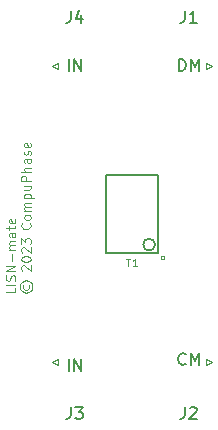
<source format=gbr>
%TF.GenerationSoftware,KiCad,Pcbnew,(7.0.0)*%
%TF.CreationDate,2023-09-17T18:35:59+02:00*%
%TF.ProjectId,lisn-mate,6c69736e-2d6d-4617-9465-2e6b69636164,rev?*%
%TF.SameCoordinates,PX5c887a0PY7eee240*%
%TF.FileFunction,Legend,Top*%
%TF.FilePolarity,Positive*%
%FSLAX46Y46*%
G04 Gerber Fmt 4.6, Leading zero omitted, Abs format (unit mm)*
G04 Created by KiCad (PCBNEW (7.0.0)) date 2023-09-17 18:35:59*
%MOMM*%
%LPD*%
G01*
G04 APERTURE LIST*
%ADD10C,0.120000*%
%ADD11C,0.097500*%
%ADD12C,0.100000*%
%ADD13C,0.150000*%
%ADD14C,0.200000*%
G04 APERTURE END LIST*
D10*
X3101904Y14287429D02*
X3101904Y13906477D01*
X3101904Y13906477D02*
X2301904Y13906477D01*
X3101904Y14554096D02*
X2301904Y14554096D01*
X3063809Y14896952D02*
X3101904Y15011238D01*
X3101904Y15011238D02*
X3101904Y15201714D01*
X3101904Y15201714D02*
X3063809Y15277905D01*
X3063809Y15277905D02*
X3025714Y15316000D01*
X3025714Y15316000D02*
X2949523Y15354095D01*
X2949523Y15354095D02*
X2873333Y15354095D01*
X2873333Y15354095D02*
X2797142Y15316000D01*
X2797142Y15316000D02*
X2759047Y15277905D01*
X2759047Y15277905D02*
X2720952Y15201714D01*
X2720952Y15201714D02*
X2682857Y15049333D01*
X2682857Y15049333D02*
X2644761Y14973143D01*
X2644761Y14973143D02*
X2606666Y14935048D01*
X2606666Y14935048D02*
X2530476Y14896952D01*
X2530476Y14896952D02*
X2454285Y14896952D01*
X2454285Y14896952D02*
X2378095Y14935048D01*
X2378095Y14935048D02*
X2340000Y14973143D01*
X2340000Y14973143D02*
X2301904Y15049333D01*
X2301904Y15049333D02*
X2301904Y15239810D01*
X2301904Y15239810D02*
X2340000Y15354095D01*
X3101904Y15696953D02*
X2301904Y15696953D01*
X2301904Y15696953D02*
X3101904Y16154096D01*
X3101904Y16154096D02*
X2301904Y16154096D01*
X2797142Y16535048D02*
X2797142Y17144571D01*
X3101904Y17525524D02*
X2568571Y17525524D01*
X2644761Y17525524D02*
X2606666Y17563619D01*
X2606666Y17563619D02*
X2568571Y17639809D01*
X2568571Y17639809D02*
X2568571Y17754095D01*
X2568571Y17754095D02*
X2606666Y17830286D01*
X2606666Y17830286D02*
X2682857Y17868381D01*
X2682857Y17868381D02*
X3101904Y17868381D01*
X2682857Y17868381D02*
X2606666Y17906476D01*
X2606666Y17906476D02*
X2568571Y17982667D01*
X2568571Y17982667D02*
X2568571Y18096952D01*
X2568571Y18096952D02*
X2606666Y18173143D01*
X2606666Y18173143D02*
X2682857Y18211238D01*
X2682857Y18211238D02*
X3101904Y18211238D01*
X3101904Y18935048D02*
X2682857Y18935048D01*
X2682857Y18935048D02*
X2606666Y18896953D01*
X2606666Y18896953D02*
X2568571Y18820762D01*
X2568571Y18820762D02*
X2568571Y18668381D01*
X2568571Y18668381D02*
X2606666Y18592191D01*
X3063809Y18935048D02*
X3101904Y18858857D01*
X3101904Y18858857D02*
X3101904Y18668381D01*
X3101904Y18668381D02*
X3063809Y18592191D01*
X3063809Y18592191D02*
X2987619Y18554095D01*
X2987619Y18554095D02*
X2911428Y18554095D01*
X2911428Y18554095D02*
X2835238Y18592191D01*
X2835238Y18592191D02*
X2797142Y18668381D01*
X2797142Y18668381D02*
X2797142Y18858857D01*
X2797142Y18858857D02*
X2759047Y18935048D01*
X2568571Y19201715D02*
X2568571Y19506477D01*
X2301904Y19316001D02*
X2987619Y19316001D01*
X2987619Y19316001D02*
X3063809Y19354096D01*
X3063809Y19354096D02*
X3101904Y19430286D01*
X3101904Y19430286D02*
X3101904Y19506477D01*
X3063809Y20077906D02*
X3101904Y20001715D01*
X3101904Y20001715D02*
X3101904Y19849334D01*
X3101904Y19849334D02*
X3063809Y19773144D01*
X3063809Y19773144D02*
X2987619Y19735048D01*
X2987619Y19735048D02*
X2682857Y19735048D01*
X2682857Y19735048D02*
X2606666Y19773144D01*
X2606666Y19773144D02*
X2568571Y19849334D01*
X2568571Y19849334D02*
X2568571Y20001715D01*
X2568571Y20001715D02*
X2606666Y20077906D01*
X2606666Y20077906D02*
X2682857Y20116001D01*
X2682857Y20116001D02*
X2759047Y20116001D01*
X2759047Y20116001D02*
X2835238Y19735048D01*
X3788380Y14554096D02*
X3750285Y14477905D01*
X3750285Y14477905D02*
X3750285Y14325524D01*
X3750285Y14325524D02*
X3788380Y14249334D01*
X3788380Y14249334D02*
X3864571Y14173143D01*
X3864571Y14173143D02*
X3940761Y14135048D01*
X3940761Y14135048D02*
X4093142Y14135048D01*
X4093142Y14135048D02*
X4169333Y14173143D01*
X4169333Y14173143D02*
X4245523Y14249334D01*
X4245523Y14249334D02*
X4283619Y14325524D01*
X4283619Y14325524D02*
X4283619Y14477905D01*
X4283619Y14477905D02*
X4245523Y14554096D01*
X3483619Y14401715D02*
X3521714Y14211239D01*
X3521714Y14211239D02*
X3636000Y14020762D01*
X3636000Y14020762D02*
X3826476Y13906477D01*
X3826476Y13906477D02*
X4016952Y13868381D01*
X4016952Y13868381D02*
X4207428Y13906477D01*
X4207428Y13906477D02*
X4397904Y14020762D01*
X4397904Y14020762D02*
X4512190Y14211239D01*
X4512190Y14211239D02*
X4550285Y14401715D01*
X4550285Y14401715D02*
X4512190Y14592191D01*
X4512190Y14592191D02*
X4397904Y14782667D01*
X4397904Y14782667D02*
X4207428Y14896953D01*
X4207428Y14896953D02*
X4016952Y14935048D01*
X4016952Y14935048D02*
X3826476Y14896953D01*
X3826476Y14896953D02*
X3636000Y14782667D01*
X3636000Y14782667D02*
X3521714Y14592191D01*
X3521714Y14592191D02*
X3483619Y14401715D01*
X3674095Y15719810D02*
X3636000Y15757906D01*
X3636000Y15757906D02*
X3597904Y15834096D01*
X3597904Y15834096D02*
X3597904Y16024572D01*
X3597904Y16024572D02*
X3636000Y16100763D01*
X3636000Y16100763D02*
X3674095Y16138858D01*
X3674095Y16138858D02*
X3750285Y16176953D01*
X3750285Y16176953D02*
X3826476Y16176953D01*
X3826476Y16176953D02*
X3940761Y16138858D01*
X3940761Y16138858D02*
X4397904Y15681715D01*
X4397904Y15681715D02*
X4397904Y16176953D01*
X3597904Y16672192D02*
X3597904Y16748382D01*
X3597904Y16748382D02*
X3636000Y16824573D01*
X3636000Y16824573D02*
X3674095Y16862668D01*
X3674095Y16862668D02*
X3750285Y16900763D01*
X3750285Y16900763D02*
X3902666Y16938858D01*
X3902666Y16938858D02*
X4093142Y16938858D01*
X4093142Y16938858D02*
X4245523Y16900763D01*
X4245523Y16900763D02*
X4321714Y16862668D01*
X4321714Y16862668D02*
X4359809Y16824573D01*
X4359809Y16824573D02*
X4397904Y16748382D01*
X4397904Y16748382D02*
X4397904Y16672192D01*
X4397904Y16672192D02*
X4359809Y16596001D01*
X4359809Y16596001D02*
X4321714Y16557906D01*
X4321714Y16557906D02*
X4245523Y16519811D01*
X4245523Y16519811D02*
X4093142Y16481715D01*
X4093142Y16481715D02*
X3902666Y16481715D01*
X3902666Y16481715D02*
X3750285Y16519811D01*
X3750285Y16519811D02*
X3674095Y16557906D01*
X3674095Y16557906D02*
X3636000Y16596001D01*
X3636000Y16596001D02*
X3597904Y16672192D01*
X3674095Y17243620D02*
X3636000Y17281716D01*
X3636000Y17281716D02*
X3597904Y17357906D01*
X3597904Y17357906D02*
X3597904Y17548382D01*
X3597904Y17548382D02*
X3636000Y17624573D01*
X3636000Y17624573D02*
X3674095Y17662668D01*
X3674095Y17662668D02*
X3750285Y17700763D01*
X3750285Y17700763D02*
X3826476Y17700763D01*
X3826476Y17700763D02*
X3940761Y17662668D01*
X3940761Y17662668D02*
X4397904Y17205525D01*
X4397904Y17205525D02*
X4397904Y17700763D01*
X3597904Y17967430D02*
X3597904Y18462668D01*
X3597904Y18462668D02*
X3902666Y18196002D01*
X3902666Y18196002D02*
X3902666Y18310287D01*
X3902666Y18310287D02*
X3940761Y18386478D01*
X3940761Y18386478D02*
X3978857Y18424573D01*
X3978857Y18424573D02*
X4055047Y18462668D01*
X4055047Y18462668D02*
X4245523Y18462668D01*
X4245523Y18462668D02*
X4321714Y18424573D01*
X4321714Y18424573D02*
X4359809Y18386478D01*
X4359809Y18386478D02*
X4397904Y18310287D01*
X4397904Y18310287D02*
X4397904Y18081716D01*
X4397904Y18081716D02*
X4359809Y18005525D01*
X4359809Y18005525D02*
X4321714Y17967430D01*
X4321714Y19742669D02*
X4359809Y19704573D01*
X4359809Y19704573D02*
X4397904Y19590288D01*
X4397904Y19590288D02*
X4397904Y19514097D01*
X4397904Y19514097D02*
X4359809Y19399811D01*
X4359809Y19399811D02*
X4283619Y19323621D01*
X4283619Y19323621D02*
X4207428Y19285526D01*
X4207428Y19285526D02*
X4055047Y19247430D01*
X4055047Y19247430D02*
X3940761Y19247430D01*
X3940761Y19247430D02*
X3788380Y19285526D01*
X3788380Y19285526D02*
X3712190Y19323621D01*
X3712190Y19323621D02*
X3636000Y19399811D01*
X3636000Y19399811D02*
X3597904Y19514097D01*
X3597904Y19514097D02*
X3597904Y19590288D01*
X3597904Y19590288D02*
X3636000Y19704573D01*
X3636000Y19704573D02*
X3674095Y19742669D01*
X4397904Y20199811D02*
X4359809Y20123621D01*
X4359809Y20123621D02*
X4321714Y20085526D01*
X4321714Y20085526D02*
X4245523Y20047430D01*
X4245523Y20047430D02*
X4016952Y20047430D01*
X4016952Y20047430D02*
X3940761Y20085526D01*
X3940761Y20085526D02*
X3902666Y20123621D01*
X3902666Y20123621D02*
X3864571Y20199811D01*
X3864571Y20199811D02*
X3864571Y20314097D01*
X3864571Y20314097D02*
X3902666Y20390288D01*
X3902666Y20390288D02*
X3940761Y20428383D01*
X3940761Y20428383D02*
X4016952Y20466478D01*
X4016952Y20466478D02*
X4245523Y20466478D01*
X4245523Y20466478D02*
X4321714Y20428383D01*
X4321714Y20428383D02*
X4359809Y20390288D01*
X4359809Y20390288D02*
X4397904Y20314097D01*
X4397904Y20314097D02*
X4397904Y20199811D01*
X4397904Y20809336D02*
X3864571Y20809336D01*
X3940761Y20809336D02*
X3902666Y20847431D01*
X3902666Y20847431D02*
X3864571Y20923621D01*
X3864571Y20923621D02*
X3864571Y21037907D01*
X3864571Y21037907D02*
X3902666Y21114098D01*
X3902666Y21114098D02*
X3978857Y21152193D01*
X3978857Y21152193D02*
X4397904Y21152193D01*
X3978857Y21152193D02*
X3902666Y21190288D01*
X3902666Y21190288D02*
X3864571Y21266479D01*
X3864571Y21266479D02*
X3864571Y21380764D01*
X3864571Y21380764D02*
X3902666Y21456955D01*
X3902666Y21456955D02*
X3978857Y21495050D01*
X3978857Y21495050D02*
X4397904Y21495050D01*
X3864571Y21876003D02*
X4664571Y21876003D01*
X3902666Y21876003D02*
X3864571Y21952193D01*
X3864571Y21952193D02*
X3864571Y22104574D01*
X3864571Y22104574D02*
X3902666Y22180765D01*
X3902666Y22180765D02*
X3940761Y22218860D01*
X3940761Y22218860D02*
X4016952Y22256955D01*
X4016952Y22256955D02*
X4245523Y22256955D01*
X4245523Y22256955D02*
X4321714Y22218860D01*
X4321714Y22218860D02*
X4359809Y22180765D01*
X4359809Y22180765D02*
X4397904Y22104574D01*
X4397904Y22104574D02*
X4397904Y21952193D01*
X4397904Y21952193D02*
X4359809Y21876003D01*
X3864571Y22942670D02*
X4397904Y22942670D01*
X3864571Y22599813D02*
X4283619Y22599813D01*
X4283619Y22599813D02*
X4359809Y22637908D01*
X4359809Y22637908D02*
X4397904Y22714098D01*
X4397904Y22714098D02*
X4397904Y22828384D01*
X4397904Y22828384D02*
X4359809Y22904575D01*
X4359809Y22904575D02*
X4321714Y22942670D01*
X4397904Y23323623D02*
X3597904Y23323623D01*
X3597904Y23323623D02*
X3597904Y23628385D01*
X3597904Y23628385D02*
X3636000Y23704575D01*
X3636000Y23704575D02*
X3674095Y23742670D01*
X3674095Y23742670D02*
X3750285Y23780766D01*
X3750285Y23780766D02*
X3864571Y23780766D01*
X3864571Y23780766D02*
X3940761Y23742670D01*
X3940761Y23742670D02*
X3978857Y23704575D01*
X3978857Y23704575D02*
X4016952Y23628385D01*
X4016952Y23628385D02*
X4016952Y23323623D01*
X4397904Y24123623D02*
X3597904Y24123623D01*
X4397904Y24466480D02*
X3978857Y24466480D01*
X3978857Y24466480D02*
X3902666Y24428385D01*
X3902666Y24428385D02*
X3864571Y24352194D01*
X3864571Y24352194D02*
X3864571Y24237908D01*
X3864571Y24237908D02*
X3902666Y24161718D01*
X3902666Y24161718D02*
X3940761Y24123623D01*
X4397904Y25190290D02*
X3978857Y25190290D01*
X3978857Y25190290D02*
X3902666Y25152195D01*
X3902666Y25152195D02*
X3864571Y25076004D01*
X3864571Y25076004D02*
X3864571Y24923623D01*
X3864571Y24923623D02*
X3902666Y24847433D01*
X4359809Y25190290D02*
X4397904Y25114099D01*
X4397904Y25114099D02*
X4397904Y24923623D01*
X4397904Y24923623D02*
X4359809Y24847433D01*
X4359809Y24847433D02*
X4283619Y24809337D01*
X4283619Y24809337D02*
X4207428Y24809337D01*
X4207428Y24809337D02*
X4131238Y24847433D01*
X4131238Y24847433D02*
X4093142Y24923623D01*
X4093142Y24923623D02*
X4093142Y25114099D01*
X4093142Y25114099D02*
X4055047Y25190290D01*
X4359809Y25533147D02*
X4397904Y25609338D01*
X4397904Y25609338D02*
X4397904Y25761719D01*
X4397904Y25761719D02*
X4359809Y25837909D01*
X4359809Y25837909D02*
X4283619Y25876005D01*
X4283619Y25876005D02*
X4245523Y25876005D01*
X4245523Y25876005D02*
X4169333Y25837909D01*
X4169333Y25837909D02*
X4131238Y25761719D01*
X4131238Y25761719D02*
X4131238Y25647433D01*
X4131238Y25647433D02*
X4093142Y25571243D01*
X4093142Y25571243D02*
X4016952Y25533147D01*
X4016952Y25533147D02*
X3978857Y25533147D01*
X3978857Y25533147D02*
X3902666Y25571243D01*
X3902666Y25571243D02*
X3864571Y25647433D01*
X3864571Y25647433D02*
X3864571Y25761719D01*
X3864571Y25761719D02*
X3902666Y25837909D01*
X4359809Y26523624D02*
X4397904Y26447433D01*
X4397904Y26447433D02*
X4397904Y26295052D01*
X4397904Y26295052D02*
X4359809Y26218862D01*
X4359809Y26218862D02*
X4283619Y26180766D01*
X4283619Y26180766D02*
X3978857Y26180766D01*
X3978857Y26180766D02*
X3902666Y26218862D01*
X3902666Y26218862D02*
X3864571Y26295052D01*
X3864571Y26295052D02*
X3864571Y26447433D01*
X3864571Y26447433D02*
X3902666Y26523624D01*
X3902666Y26523624D02*
X3978857Y26561719D01*
X3978857Y26561719D02*
X4055047Y26561719D01*
X4055047Y26561719D02*
X4131238Y26180766D01*
D11*
%TO.C,T1*%
X12476761Y16757203D02*
X12848190Y16757203D01*
X12662476Y16107203D02*
X12662476Y16757203D01*
X13405333Y16107203D02*
X13033904Y16107203D01*
X13219618Y16107203D02*
X13219618Y16757203D01*
X13219618Y16757203D02*
X13157714Y16664346D01*
X13157714Y16664346D02*
X13095809Y16602441D01*
X13095809Y16602441D02*
X13033904Y16571489D01*
D12*
X15533904Y17013810D02*
X15610095Y17013810D01*
X15610095Y17013810D02*
X15686285Y16975715D01*
X15686285Y16975715D02*
X15724381Y16899524D01*
X15724381Y16899524D02*
X15724381Y16823334D01*
X15724381Y16823334D02*
X15686285Y16747143D01*
X15686285Y16747143D02*
X15610095Y16709048D01*
X15610095Y16709048D02*
X15533904Y16709048D01*
X15533904Y16709048D02*
X15457714Y16747143D01*
X15457714Y16747143D02*
X15419619Y16823334D01*
X15419619Y16823334D02*
X15419619Y16899524D01*
X15419619Y16899524D02*
X15457714Y16975715D01*
X15457714Y16975715D02*
X15533904Y17013810D01*
D13*
%TO.C,J2*%
X17446666Y4188620D02*
X17446666Y3474334D01*
X17446666Y3474334D02*
X17399047Y3331477D01*
X17399047Y3331477D02*
X17303809Y3236239D01*
X17303809Y3236239D02*
X17160952Y3188620D01*
X17160952Y3188620D02*
X17065714Y3188620D01*
X17875238Y4093381D02*
X17922857Y4141000D01*
X17922857Y4141000D02*
X18018095Y4188620D01*
X18018095Y4188620D02*
X18256190Y4188620D01*
X18256190Y4188620D02*
X18351428Y4141000D01*
X18351428Y4141000D02*
X18399047Y4093381D01*
X18399047Y4093381D02*
X18446666Y3998143D01*
X18446666Y3998143D02*
X18446666Y3902905D01*
X18446666Y3902905D02*
X18399047Y3760048D01*
X18399047Y3760048D02*
X17827619Y3188620D01*
X17827619Y3188620D02*
X18446666Y3188620D01*
X17518095Y7855858D02*
X17470476Y7808239D01*
X17470476Y7808239D02*
X17327619Y7760620D01*
X17327619Y7760620D02*
X17232381Y7760620D01*
X17232381Y7760620D02*
X17089524Y7808239D01*
X17089524Y7808239D02*
X16994286Y7903477D01*
X16994286Y7903477D02*
X16946667Y7998715D01*
X16946667Y7998715D02*
X16899048Y8189191D01*
X16899048Y8189191D02*
X16899048Y8332048D01*
X16899048Y8332048D02*
X16946667Y8522524D01*
X16946667Y8522524D02*
X16994286Y8617762D01*
X16994286Y8617762D02*
X17089524Y8713000D01*
X17089524Y8713000D02*
X17232381Y8760620D01*
X17232381Y8760620D02*
X17327619Y8760620D01*
X17327619Y8760620D02*
X17470476Y8713000D01*
X17470476Y8713000D02*
X17518095Y8665381D01*
X17946667Y7760620D02*
X17946667Y8760620D01*
X17946667Y8760620D02*
X18280000Y8046334D01*
X18280000Y8046334D02*
X18613333Y8760620D01*
X18613333Y8760620D02*
X18613333Y7760620D01*
%TO.C,J1*%
X17446666Y37716620D02*
X17446666Y37002334D01*
X17446666Y37002334D02*
X17399047Y36859477D01*
X17399047Y36859477D02*
X17303809Y36764239D01*
X17303809Y36764239D02*
X17160952Y36716620D01*
X17160952Y36716620D02*
X17065714Y36716620D01*
X18446666Y36716620D02*
X17875238Y36716620D01*
X18160952Y36716620D02*
X18160952Y37716620D01*
X18160952Y37716620D02*
X18065714Y37573762D01*
X18065714Y37573762D02*
X17970476Y37478524D01*
X17970476Y37478524D02*
X17875238Y37430905D01*
X16946667Y32652620D02*
X16946667Y33652620D01*
X16946667Y33652620D02*
X17184762Y33652620D01*
X17184762Y33652620D02*
X17327619Y33605000D01*
X17327619Y33605000D02*
X17422857Y33509762D01*
X17422857Y33509762D02*
X17470476Y33414524D01*
X17470476Y33414524D02*
X17518095Y33224048D01*
X17518095Y33224048D02*
X17518095Y33081191D01*
X17518095Y33081191D02*
X17470476Y32890715D01*
X17470476Y32890715D02*
X17422857Y32795477D01*
X17422857Y32795477D02*
X17327619Y32700239D01*
X17327619Y32700239D02*
X17184762Y32652620D01*
X17184762Y32652620D02*
X16946667Y32652620D01*
X17946667Y32652620D02*
X17946667Y33652620D01*
X17946667Y33652620D02*
X18280000Y32938334D01*
X18280000Y32938334D02*
X18613333Y33652620D01*
X18613333Y33652620D02*
X18613333Y32652620D01*
%TO.C,J4*%
X7794666Y37716620D02*
X7794666Y37002334D01*
X7794666Y37002334D02*
X7747047Y36859477D01*
X7747047Y36859477D02*
X7651809Y36764239D01*
X7651809Y36764239D02*
X7508952Y36716620D01*
X7508952Y36716620D02*
X7413714Y36716620D01*
X8699428Y37383286D02*
X8699428Y36716620D01*
X8461333Y37764239D02*
X8223238Y37049953D01*
X8223238Y37049953D02*
X8842285Y37049953D01*
X7604191Y32652620D02*
X7604191Y33652620D01*
X8080381Y32652620D02*
X8080381Y33652620D01*
X8080381Y33652620D02*
X8651809Y32652620D01*
X8651809Y32652620D02*
X8651809Y33652620D01*
%TO.C,J3*%
X7794666Y4188620D02*
X7794666Y3474334D01*
X7794666Y3474334D02*
X7747047Y3331477D01*
X7747047Y3331477D02*
X7651809Y3236239D01*
X7651809Y3236239D02*
X7508952Y3188620D01*
X7508952Y3188620D02*
X7413714Y3188620D01*
X8175619Y4188620D02*
X8794666Y4188620D01*
X8794666Y4188620D02*
X8461333Y3807667D01*
X8461333Y3807667D02*
X8604190Y3807667D01*
X8604190Y3807667D02*
X8699428Y3760048D01*
X8699428Y3760048D02*
X8747047Y3712429D01*
X8747047Y3712429D02*
X8794666Y3617191D01*
X8794666Y3617191D02*
X8794666Y3379096D01*
X8794666Y3379096D02*
X8747047Y3283858D01*
X8747047Y3283858D02*
X8699428Y3236239D01*
X8699428Y3236239D02*
X8604190Y3188620D01*
X8604190Y3188620D02*
X8318476Y3188620D01*
X8318476Y3188620D02*
X8223238Y3236239D01*
X8223238Y3236239D02*
X8175619Y3283858D01*
X7604191Y7252620D02*
X7604191Y8252620D01*
X8080381Y7252620D02*
X8080381Y8252620D01*
X8080381Y8252620D02*
X8651809Y7252620D01*
X8651809Y7252620D02*
X8651809Y8252620D01*
D14*
%TO.C,T1*%
X15172000Y17196000D02*
X10772000Y17196000D01*
X15172000Y23796000D02*
X15172000Y17196000D01*
X10772000Y17196000D02*
X10772000Y23796000D01*
X10772000Y23796000D02*
X15172000Y23796000D01*
X14922000Y17946000D02*
G75*
G03*
X14922000Y17946000I-500000J0D01*
G01*
D10*
%TO.C,J2*%
X19262000Y8226000D02*
X19262000Y7726000D01*
X19262000Y7726000D02*
X19762000Y7976000D01*
X19762000Y7976000D02*
X19262000Y8226000D01*
%TO.C,J1*%
X19262000Y33346000D02*
X19262000Y32846000D01*
X19262000Y32846000D02*
X19762000Y33096000D01*
X19762000Y33096000D02*
X19262000Y33346000D01*
%TO.C,J4*%
X6682000Y32846000D02*
X6682000Y33346000D01*
X6682000Y33346000D02*
X6182000Y33096000D01*
X6182000Y33096000D02*
X6682000Y32846000D01*
%TO.C,J3*%
X6682000Y7726000D02*
X6682000Y8226000D01*
X6682000Y8226000D02*
X6182000Y7976000D01*
X6182000Y7976000D02*
X6682000Y7726000D01*
%TD*%
M02*

</source>
